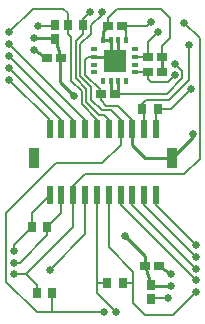
<source format=gbl>
G75*
%MOIN*%
%OFA0B0*%
%FSLAX25Y25*%
%IPPOS*%
%LPD*%
%AMOC8*
5,1,8,0,0,1.08239X$1,22.5*
%
%ADD10R,0.02362X0.06299*%
%ADD11R,0.03346X0.07087*%
%ADD12R,0.02913X0.03642*%
%ADD13R,0.02756X0.03543*%
%ADD14R,0.03642X0.02913*%
%ADD15R,0.01969X0.01378*%
%ADD16R,0.01378X0.01969*%
%ADD17R,0.07677X0.07677*%
%ADD18C,0.02500*%
%ADD19C,0.00984*%
%ADD20C,0.00689*%
D10*
X0019061Y0045439D03*
X0022998Y0045439D03*
X0026935Y0045439D03*
X0030872Y0045439D03*
X0034809Y0045439D03*
X0038746Y0045439D03*
X0042683Y0045439D03*
X0046620Y0045439D03*
X0050557Y0045439D03*
X0054494Y0045439D03*
X0054494Y0067486D03*
X0050557Y0067486D03*
X0046620Y0067486D03*
X0042683Y0067486D03*
X0038746Y0067486D03*
X0034809Y0067486D03*
X0030872Y0067486D03*
X0026935Y0067486D03*
X0022998Y0067486D03*
X0019061Y0067486D03*
D11*
X0013844Y0058037D03*
X0059711Y0058037D03*
D12*
X0052722Y0015518D03*
X0052722Y0010793D03*
X0020833Y0097407D03*
X0020833Y0102132D03*
D13*
X0025163Y0102132D03*
X0030281Y0102132D03*
X0049967Y0074179D03*
X0055085Y0074179D03*
X0018274Y0034848D03*
X0013156Y0034848D03*
X0014691Y0012998D03*
X0019809Y0012998D03*
X0038274Y0016069D03*
X0043392Y0016069D03*
D14*
X0050754Y0021817D03*
X0055478Y0021817D03*
X0040793Y0079297D03*
X0036069Y0079297D03*
X0022801Y0091108D03*
X0018077Y0091108D03*
X0038352Y0101738D03*
X0043077Y0101738D03*
X0051935Y0091699D03*
X0051935Y0086581D03*
X0056659Y0086581D03*
X0056659Y0091699D03*
D15*
X0047604Y0091600D03*
X0047604Y0094159D03*
X0047604Y0089041D03*
X0047604Y0086482D03*
X0033825Y0086482D03*
X0033825Y0089041D03*
X0033825Y0091600D03*
X0033825Y0094159D03*
D16*
X0036876Y0097211D03*
X0039435Y0097211D03*
X0041994Y0097211D03*
X0044553Y0097211D03*
X0044553Y0083431D03*
X0041994Y0083431D03*
X0039435Y0083431D03*
X0036876Y0083431D03*
D17*
X0040715Y0090321D03*
D18*
X0036384Y0106463D03*
X0032447Y0106463D03*
X0015124Y0101738D03*
X0013943Y0097801D03*
X0013943Y0093864D03*
X0005675Y0091896D03*
X0005675Y0095833D03*
X0005675Y0099770D03*
X0005675Y0087959D03*
X0005675Y0084022D03*
X0027329Y0078510D03*
X0052919Y0103116D03*
X0055281Y0099770D03*
X0060793Y0089140D03*
X0060793Y0085596D03*
X0066305Y0080872D03*
X0065518Y0095636D03*
X0063943Y0102919D03*
X0066699Y0065911D03*
X0044258Y0032053D03*
X0058431Y0011187D03*
X0059612Y0015124D03*
X0059612Y0019061D03*
X0067880Y0017093D03*
X0067880Y0021030D03*
X0067880Y0024967D03*
X0067880Y0028904D03*
X0067880Y0013156D03*
X0041108Y0006463D03*
X0037171Y0006463D03*
X0019061Y0020636D03*
X0007250Y0019061D03*
X0007250Y0022998D03*
X0007250Y0026935D03*
D19*
X0027329Y0078510D02*
X0022604Y0083234D01*
X0022604Y0091108D01*
X0022801Y0091108D02*
X0020833Y0097407D01*
X0020439Y0097801D02*
X0013943Y0097801D01*
X0013943Y0093864D02*
X0018077Y0091108D01*
X0033825Y0091600D02*
X0041994Y0091600D01*
X0040715Y0090321D01*
X0039435Y0091600D01*
X0039435Y0097211D01*
X0036876Y0097211D01*
X0036876Y0100262D01*
X0038352Y0101738D01*
X0041994Y0097211D02*
X0041994Y0091600D01*
X0040714Y0090321D02*
X0040767Y0090253D01*
X0040823Y0090188D01*
X0040881Y0090125D01*
X0040943Y0090065D01*
X0041007Y0090008D01*
X0041073Y0089953D01*
X0041142Y0089902D01*
X0041213Y0089853D01*
X0041286Y0089808D01*
X0041361Y0089766D01*
X0041437Y0089727D01*
X0041516Y0089691D01*
X0041595Y0089659D01*
X0041676Y0089631D01*
X0041759Y0089606D01*
X0041842Y0089584D01*
X0041926Y0089567D01*
X0042011Y0089553D01*
X0042096Y0089542D01*
X0042181Y0089536D01*
X0042267Y0089533D01*
X0042353Y0089534D01*
X0042439Y0089539D01*
X0042525Y0089547D01*
X0042610Y0089559D01*
X0042694Y0089575D01*
X0042778Y0089595D01*
X0042860Y0089618D01*
X0042942Y0089644D01*
X0043022Y0089675D01*
X0043101Y0089708D01*
X0043179Y0089746D01*
X0043255Y0089786D01*
X0043329Y0089830D01*
X0043401Y0089877D01*
X0043470Y0089927D01*
X0040715Y0090321D02*
X0039533Y0091502D01*
X0039435Y0083431D02*
X0039435Y0080656D01*
X0040793Y0079297D01*
X0041994Y0080498D01*
X0041994Y0083431D01*
X0046620Y0067486D02*
X0046620Y0062368D01*
X0050951Y0058037D01*
X0059711Y0058037D01*
X0066699Y0065026D01*
X0066699Y0065911D01*
X0056659Y0086581D02*
X0056659Y0091699D01*
X0044258Y0032053D02*
X0050951Y0025360D01*
X0050951Y0021817D01*
X0050754Y0021817D02*
X0052722Y0015518D01*
X0053116Y0015124D02*
X0059612Y0015124D01*
X0059612Y0019061D02*
X0055478Y0021817D01*
D20*
X0014730Y0006463D02*
X0004494Y0016699D01*
X0004494Y0039533D01*
X0021030Y0056069D01*
X0036384Y0056069D01*
X0042683Y0062368D01*
X0042683Y0067486D01*
X0042683Y0070636D01*
X0039533Y0073785D01*
X0036384Y0073785D01*
X0032841Y0077329D01*
X0032841Y0081659D01*
X0029297Y0085203D01*
X0029297Y0095833D01*
X0032841Y0099376D01*
X0032841Y0102132D01*
X0036384Y0105675D01*
X0036384Y0106463D01*
X0038352Y0104494D02*
X0038352Y0101738D01*
X0038352Y0104494D02*
X0041502Y0107644D01*
X0056069Y0107644D01*
X0059219Y0104494D01*
X0059219Y0097801D01*
X0056659Y0095242D01*
X0056659Y0091699D01*
X0060793Y0089140D02*
X0063156Y0086778D01*
X0063156Y0084415D01*
X0058037Y0079297D01*
X0040793Y0079297D01*
X0041896Y0075360D02*
X0037959Y0075360D01*
X0036069Y0077250D01*
X0036069Y0079297D01*
X0036069Y0080400D01*
X0030872Y0085596D01*
X0030872Y0090715D01*
X0031758Y0091600D01*
X0033825Y0091600D01*
X0027722Y0096817D02*
X0030281Y0099376D01*
X0030281Y0102132D01*
X0030281Y0104297D01*
X0032447Y0106463D01*
X0025163Y0099376D02*
X0026148Y0098392D01*
X0026148Y0083628D01*
X0029691Y0080085D01*
X0029691Y0075754D01*
X0034809Y0070636D01*
X0034809Y0067486D01*
X0035596Y0072211D02*
X0037171Y0072211D01*
X0038746Y0070636D01*
X0038746Y0067486D01*
X0035596Y0072211D02*
X0031266Y0076541D01*
X0031266Y0080872D01*
X0027722Y0084415D01*
X0027722Y0096817D01*
X0025163Y0099376D02*
X0025163Y0102132D01*
X0025163Y0106069D01*
X0023589Y0107644D01*
X0013549Y0107644D01*
X0005675Y0099770D01*
X0005675Y0095833D02*
X0030872Y0070636D01*
X0030872Y0067486D01*
X0026935Y0067486D02*
X0026935Y0070636D01*
X0005675Y0091896D01*
X0005675Y0087959D02*
X0022998Y0070636D01*
X0022998Y0067486D01*
X0019061Y0067486D02*
X0019061Y0070636D01*
X0005675Y0084022D01*
X0015124Y0101738D02*
X0020439Y0101738D01*
X0020833Y0102132D01*
X0020439Y0097801D02*
X0020833Y0097407D01*
X0041896Y0075360D02*
X0046620Y0070636D01*
X0046620Y0067486D01*
X0050557Y0067486D02*
X0050557Y0073589D01*
X0049967Y0074179D01*
X0049967Y0075951D01*
X0051344Y0077329D01*
X0058825Y0077329D01*
X0065518Y0084022D01*
X0065518Y0095636D01*
X0069061Y0097801D02*
X0063943Y0102919D01*
X0069061Y0097801D02*
X0069061Y0057644D01*
X0063943Y0052526D01*
X0030872Y0052526D01*
X0026935Y0048589D01*
X0026935Y0045439D01*
X0026935Y0034809D01*
X0011187Y0019061D01*
X0014691Y0015557D01*
X0014691Y0012998D01*
X0011187Y0019061D02*
X0007250Y0019061D01*
X0007250Y0022998D02*
X0009022Y0022998D01*
X0018274Y0032250D01*
X0018274Y0034848D01*
X0022998Y0039573D01*
X0022998Y0045439D01*
X0019061Y0045439D02*
X0013156Y0039533D01*
X0013156Y0034848D01*
X0007250Y0028943D01*
X0007250Y0026935D01*
X0019061Y0020636D02*
X0030872Y0032447D01*
X0030872Y0045439D01*
X0034809Y0045439D02*
X0034809Y0016069D01*
X0034809Y0015518D01*
X0034809Y0012762D01*
X0041108Y0006463D01*
X0037171Y0006463D02*
X0019848Y0006463D01*
X0019848Y0012959D01*
X0019809Y0012998D01*
X0019848Y0006463D02*
X0014730Y0006463D01*
X0034809Y0016069D02*
X0038274Y0016069D01*
X0043392Y0016069D02*
X0047014Y0016069D01*
X0047014Y0019848D01*
X0038746Y0028116D01*
X0038746Y0045439D01*
X0042683Y0045439D02*
X0042683Y0042289D01*
X0067880Y0017093D01*
X0067880Y0021030D02*
X0046620Y0042289D01*
X0046620Y0045439D01*
X0050557Y0045439D02*
X0050557Y0042289D01*
X0067880Y0024967D01*
X0067880Y0028904D02*
X0054494Y0042289D01*
X0054494Y0045439D01*
X0054494Y0067486D02*
X0054494Y0073589D01*
X0055085Y0074179D01*
X0059612Y0074179D01*
X0066305Y0080872D01*
X0060793Y0085596D02*
X0058431Y0083234D01*
X0052919Y0083234D01*
X0051935Y0084219D01*
X0051935Y0086581D01*
X0051837Y0086482D01*
X0047604Y0086482D01*
X0047604Y0091600D02*
X0051837Y0091600D01*
X0051935Y0091699D01*
X0051935Y0096423D01*
X0055281Y0099770D01*
X0052919Y0103116D02*
X0051541Y0101738D01*
X0043077Y0101738D01*
X0044553Y0100262D01*
X0044553Y0097211D01*
X0047014Y0016069D02*
X0047014Y0009415D01*
X0050951Y0005478D01*
X0060203Y0005478D01*
X0067880Y0013156D01*
X0058431Y0011187D02*
X0053116Y0011187D01*
X0052722Y0010793D01*
X0053116Y0015124D02*
X0052722Y0015518D01*
M02*

</source>
